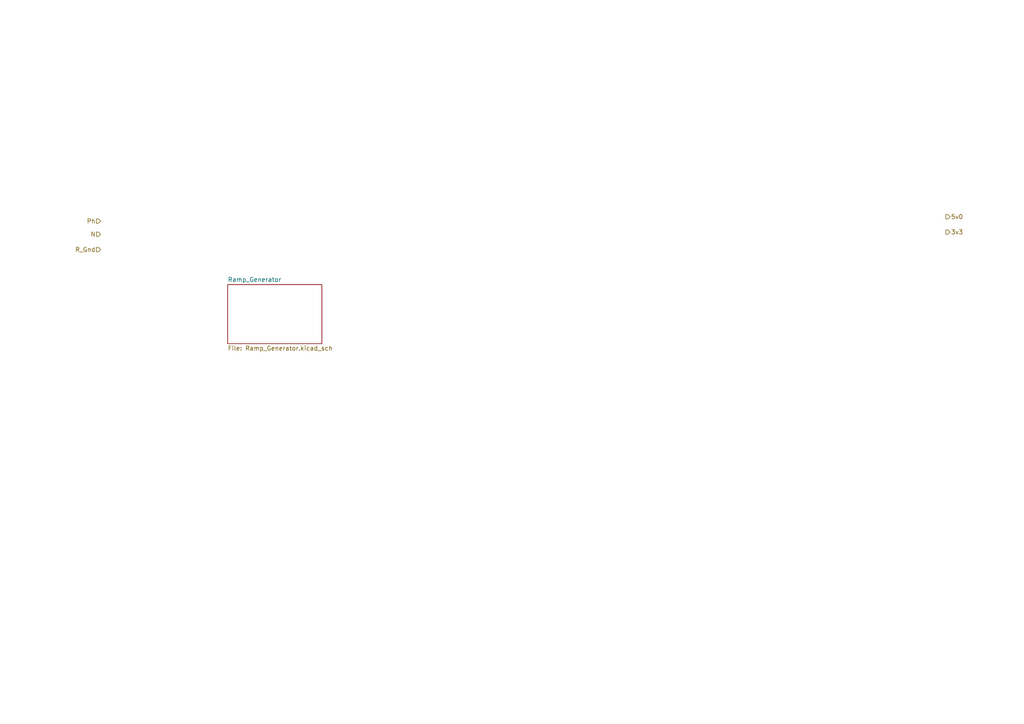
<source format=kicad_sch>
(kicad_sch (version 20211123) (generator eeschema)

  (uuid c01d25cd-f4bb-4ef3-b5ea-533a2a4ddb2b)

  (paper "A4")

  (title_block
    (title "PowerModule")
    (date "2022-04-15")
    (company "UNAL")
    (comment 1 "Easyrun")
  )

  (lib_symbols
  )


  (hierarchical_label "R_Gnd" (shape input) (at 29.21 72.39 180)
    (effects (font (size 1.27 1.27)) (justify right))
    (uuid 2f215f15-3d52-4c91-93e6-3ea03a95622f)
  )
  (hierarchical_label "N" (shape input) (at 29.21 67.945 180)
    (effects (font (size 1.27 1.27)) (justify right))
    (uuid 61fe293f-6808-4b7f-9340-9aaac7054a97)
  )
  (hierarchical_label "5v0" (shape output) (at 274.32 62.865 0)
    (effects (font (size 1.27 1.27)) (justify left))
    (uuid 63ff1c93-3f96-4c33-b498-5dd8c33bccc0)
  )
  (hierarchical_label "3v3" (shape output) (at 274.32 67.31 0)
    (effects (font (size 1.27 1.27)) (justify left))
    (uuid 9e1b837f-0d34-4a18-9644-9ee68f141f46)
  )
  (hierarchical_label "Ph" (shape input) (at 29.21 64.135 180)
    (effects (font (size 1.27 1.27)) (justify right))
    (uuid b88717bd-086f-46cd-9d3f-0396009d0996)
  )

  (sheet (at 66.04 82.55) (size 27.305 17.145) (fields_autoplaced)
    (stroke (width 0) (type solid) (color 0 0 0 0))
    (fill (color 0 0 0 0.0000))
    (uuid 00000000-0000-0000-0000-0000626b3c33)
    (property "Sheet name" "Ramp_Generator" (id 0) (at 66.04 81.8384 0)
      (effects (font (size 1.27 1.27)) (justify left bottom))
    )
    (property "Sheet file" "Ramp_Generator.kicad_sch" (id 1) (at 66.04 100.2796 0)
      (effects (font (size 1.27 1.27)) (justify left top))
    )
  )
)

</source>
